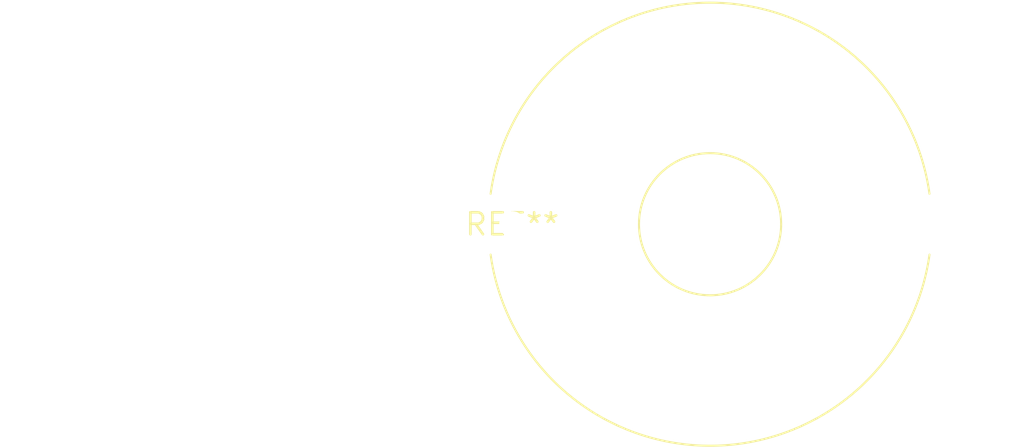
<source format=kicad_pcb>
(kicad_pcb (version 20240108) (generator pcbnew)
  (layers (0 "F.Cu" signal) (31 "B.Cu" signal) (34 "B.Paste" user) (35 "F.Paste" user) (36 "B.SilkS" user "B.Silkscreen") (37 "F.SilkS" user "F.Silkscreen") (38 "B.Mask" user) (39 "F.Mask" user) (44 "Edge.Cuts" user))
  (net 0 "")
  (footprint "L_Toroid_Horizontal_D25.4mm_P22.90mm_Vishay_TJ5_BigPads" (layer "F.Cu") (at 0 0)
    (property "Reference" "REF**")
    (property "Value" "L_Toroid_Horizontal_D25.4mm_P22.90mm_Vishay_TJ5_BigPads")
    (fp_arc (start -1.248614 -1.76) (mid 11.45 -12.82) (end 24.148614 -1.76) (layer "F.SilkS") (stroke (width 0.12)))
    (fp_arc (start 24.148614 1.76) (mid 11.45 12.82) (end -1.248614 1.76) (layer "F.SilkS") (stroke (width 0.12)))
    (fp_circle (center 11.45 0) (end 15.563333 0) (layer "F.SilkS") (stroke (width 0.12)) (fill none))
    (pad "1" thru_hole circle (at 0 0) (size 3 3) (drill 1.5) (layers *.Cu *.Mask) (remove_unused_layers))
    (pad "2" thru_hole circle (at 22.9 0) (size 3 3) (drill 1.5) (layers *.Cu *.Mask) (remove_unused_layers))
  )
)
</source>
